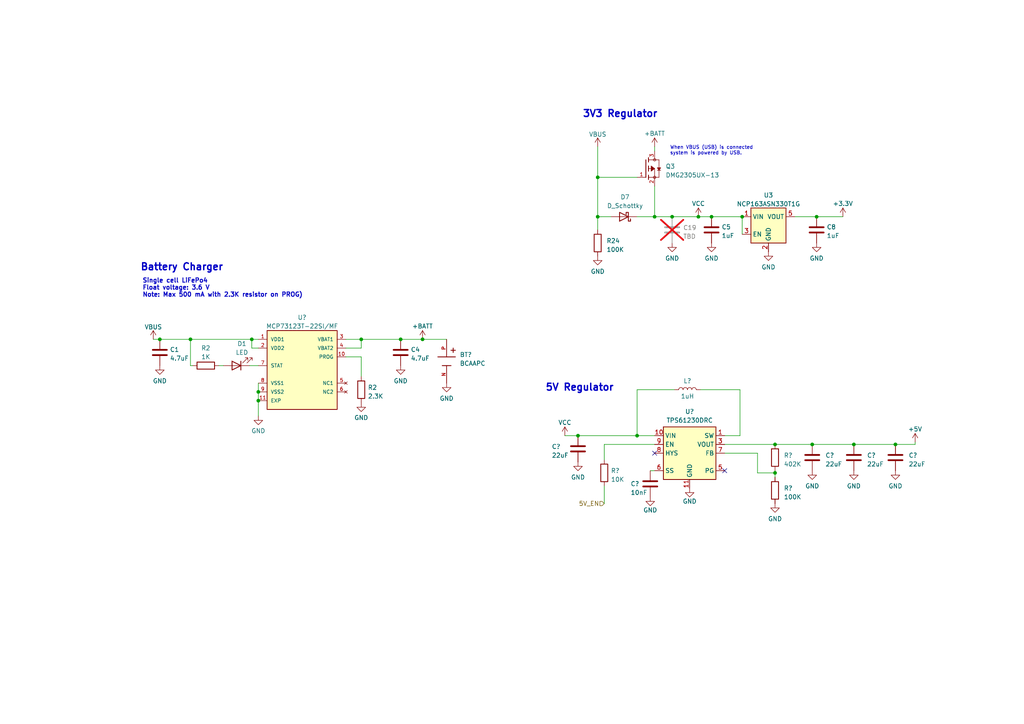
<source format=kicad_sch>
(kicad_sch (version 20230121) (generator eeschema)
  (paper "A4")
  (lib_symbols
    (symbol "BCAAPC:BCAAPC" (pin_names (offset 1.016))
      (property "Reference" "BT" (at -3.81 3.81 0))
      (property "Value" "BCAAPC" (at -3.81 -5.08 0))
      (symbol "BCAAPC_0_0"
        (polyline (pts (xy -5.08 1.905) (xy -3.81 1.905)) (stroke (width 0.254)))
        (polyline (pts (xy -4.445 2.54) (xy -4.445 1.27)) (stroke (width 0.254)))
        (polyline (pts (xy -2.54 2.54) (xy -2.54 -2.54)) (stroke (width 0.254)))
        (polyline (pts (xy 0 1.27) (xy 0 -1.27)) (stroke (width 0.254)))
        (pin passive line (at 5.08 0 180) (length 5.08) (name "~") (number "N"))
        (pin passive line (at -7.62 0 0) (length 5.08) (name "~") (number "P"))
      )
    )
    (symbol "DMG2305UX-13:DMG2305UX-13" (pin_names (offset 1.016))
      (property "Reference" "Q" (at -8.89 3.81 0))
      (property "Value" "DMG2305UX-13" (at -8.89 -6.35 0))
      (symbol "DMG2305UX-13_0_0"
        (polyline (pts (xy 0 -2.54) (xy 0 2.54)) (stroke (width 0.254)))
        (polyline (pts (xy 0.762 -3.175) (xy 0.762 -2.54)) (stroke (width 0.254)))
        (polyline (pts (xy 0.762 -2.54) (xy 0.762 -1.905)) (stroke (width 0.254)))
        (polyline (pts (xy 0.762 -2.54) (xy 2.54 -2.54)) (stroke (width 0.1524)))
        (polyline (pts (xy 0.762 -0.762) (xy 0.762 0)) (stroke (width 0.254)))
        (polyline (pts (xy 0.762 0) (xy 0.762 0.762)) (stroke (width 0.254)))
        (polyline (pts (xy 0.762 0) (xy 2.54 0)) (stroke (width 0.1524)))
        (polyline (pts (xy 0.762 1.905) (xy 0.762 2.54)) (stroke (width 0.254)))
        (polyline (pts (xy 0.762 2.54) (xy 0.762 3.175)) (stroke (width 0.254)))
        (polyline (pts (xy 2.54 -2.54) (xy 2.54 0)) (stroke (width 0.1524)))
        (polyline (pts (xy 2.54 -2.54) (xy 3.81 -2.54)) (stroke (width 0.1524)))
        (polyline (pts (xy 2.54 2.54) (xy 0.762 2.54)) (stroke (width 0.1524)))
        (polyline (pts (xy 2.54 2.54) (xy 3.81 2.54)) (stroke (width 0.1524)))
        (polyline (pts (xy 3.81 -0.508) (xy 3.302 -0.508)) (stroke (width 0.1524)))
        (polyline (pts (xy 3.81 -0.508) (xy 3.81 -2.54)) (stroke (width 0.1524)))
        (polyline (pts (xy 3.81 2.54) (xy 3.81 -0.508)) (stroke (width 0.1524)))
        (polyline (pts (xy 4.318 -0.508) (xy 3.81 -0.508)) (stroke (width 0.1524)))
        (polyline (pts (xy 2.54 0) (xy 1.524 0.762) (xy 1.524 -0.762) (xy 2.54 0)) (stroke (width 0.1524)) (fill (type outline)))
        (polyline (pts (xy 3.81 -0.508) (xy 3.302 0.254) (xy 4.318 0.254) (xy 3.81 -0.508)) (stroke (width 0.1524)) (fill (type outline)))
        (circle (center 2.54 -2.54) (radius 0.3592))
        (circle (center 2.54 2.54) (radius 0.3592))
        (pin passive line (at -2.54 -2.54 0) (length 2.54) (name "~") (number "1"))
        (pin passive line (at 2.54 -5.08 90) (length 2.54) (name "~") (number "2"))
        (pin passive line (at 2.54 5.08 270) (length 2.54) (name "~") (number "3"))
      )
    )
    (symbol "Device:C" (pin_numbers hide) (pin_names (offset 0.254))
      (property "Reference" "C" (at 0.635 2.54 0))
      (property "Value" "C" (at 0.635 -2.54 0))
      (symbol "C_0_1"
        (polyline (pts (xy -2.032 -0.762) (xy 2.032 -0.762)) (stroke (width 0.508)))
        (polyline (pts (xy -2.032 0.762) (xy 2.032 0.762)) (stroke (width 0.508)))
      )
      (symbol "C_1_1"
        (pin passive line (at 0 3.81 270) (length 2.794) (name "~") (number "1"))
        (pin passive line (at 0 -3.81 90) (length 2.794) (name "~") (number "2"))
      )
    )
    (symbol "Device:D_Schottky" (pin_numbers hide) (pin_names (offset 1.016) hide)
      (property "Reference" "D" (at 0 2.54 0))
      (property "Value" "D_Schottky" (at 0 -2.54 0))
      (symbol "D_Schottky_0_1"
        (polyline (pts (xy 1.27 0) (xy -1.27 0)))
        (polyline (pts (xy 1.27 1.27) (xy 1.27 -1.27) (xy -1.27 0) (xy 1.27 1.27)) (stroke (width 0.254)))
        (polyline (pts (xy -1.905 0.635) (xy -1.905 1.27) (xy -1.27 1.27) (xy -1.27 -1.27) (xy -0.635 -1.27) (xy -0.635 -0.635)) (stroke (width 0.254)))
      )
      (symbol "D_Schottky_1_1"
        (pin passive line (at -3.81 0 0) (length 2.54) (name "K") (number "1"))
        (pin passive line (at 3.81 0 180) (length 2.54) (name "A") (number "2"))
      )
    )
    (symbol "Device:L" (pin_numbers hide) (pin_names (offset 1.016) hide)
      (property "Reference" "L" (at -1.27 0 90))
      (property "Value" "L" (at 1.905 0 90))
      (symbol "L_0_1"
        (arc (start 0 -2.54) (mid 0.6323 -1.905) (end 0 -1.27))
        (arc (start 0 -1.27) (mid 0.6323 -0.635) (end 0 0))
        (arc (start 0 0) (mid 0.6323 0.635) (end 0 1.27))
        (arc (start 0 1.27) (mid 0.6323 1.905) (end 0 2.54))
      )
      (symbol "L_1_1"
        (pin passive line (at 0 3.81 270) (length 1.27) (name "1") (number "1"))
        (pin passive line (at 0 -3.81 90) (length 1.27) (name "2") (number "2"))
      )
    )
    (symbol "Device:LED" (pin_numbers hide) (pin_names (offset 1.016) hide)
      (property "Reference" "D" (at 0 2.54 0))
      (property "Value" "LED" (at 0 -2.54 0))
      (symbol "LED_0_1"
        (polyline (pts (xy -1.27 -1.27) (xy -1.27 1.27)) (stroke (width 0.254)))
        (polyline (pts (xy -1.27 0) (xy 1.27 0)))
        (polyline (pts (xy 1.27 -1.27) (xy 1.27 1.27) (xy -1.27 0) (xy 1.27 -1.27)) (stroke (width 0.254)))
        (polyline (pts (xy -3.048 -0.762) (xy -4.572 -2.286) (xy -3.81 -2.286) (xy -4.572 -2.286) (xy -4.572 -1.524)))
        (polyline (pts (xy -1.778 -0.762) (xy -3.302 -2.286) (xy -2.54 -2.286) (xy -3.302 -2.286) (xy -3.302 -1.524)))
      )
      (symbol "LED_1_1"
        (pin passive line (at -3.81 0 0) (length 2.54) (name "K") (number "1"))
        (pin passive line (at 3.81 0 180) (length 2.54) (name "A") (number "2"))
      )
    )
    (symbol "Device:R" (pin_numbers hide) (pin_names (offset 0))
      (property "Reference" "R" (at 2.032 0 90))
      (property "Value" "R" (at 0 0 90))
      (symbol "R_0_1"
        (rectangle (start -1.016 -2.54) (end 1.016 2.54) (stroke (width 0.254)))
      )
      (symbol "R_1_1"
        (pin passive line (at 0 3.81 270) (length 1.27) (name "~") (number "1"))
        (pin passive line (at 0 -3.81 90) (length 1.27) (name "~") (number "2"))
      )
    )
    (symbol "GND_1" (power) (pin_names (offset 0))
      (property "Value" "GND_1" (at 0 -3.81 0))
      (symbol "GND_1_0_1"
        (polyline (pts (xy 0 0) (xy 0 -1.27) (xy 1.27 -1.27) (xy 0 -2.54) (xy -1.27 -1.27) (xy 0 -1.27)))
      )
      (symbol "GND_1_1_1"
        (pin power_in line (at 0 0 270) (length 0) hide (name "GND") (number "1"))
      )
    )
    (symbol "GND_2" (power) (pin_names (offset 0))
      (property "Value" "GND_2" (at 0 -3.81 0))
      (symbol "GND_2_0_1"
        (polyline (pts (xy 0 0) (xy 0 -1.27) (xy 1.27 -1.27) (xy 0 -2.54) (xy -1.27 -1.27) (xy 0 -1.27)))
      )
      (symbol "GND_2_1_1"
        (pin power_in line (at 0 0 270) (length 0) hide (name "GND") (number "1"))
      )
    )
    (symbol "GND_3" (power) (pin_names (offset 0))
      (property "Value" "GND_3" (at 0 -3.81 0))
      (symbol "GND_3_0_1"
        (polyline (pts (xy 0 0) (xy 0 -1.27) (xy 1.27 -1.27) (xy 0 -2.54) (xy -1.27 -1.27) (xy 0 -1.27)))
      )
      (symbol "GND_3_1_1"
        (pin power_in line (at 0 0 270) (length 0) hide (name "GND") (number "1"))
      )
    )
    (symbol "MCP73123T-22SI_MF:MCP73123T-22SI{slash}MF" (pin_names (offset 1.016))
      (property "Reference" "U" (at -10.186 13.369 0))
      (property "Value" "MCP73123T-22SI{slash}MF" (at -10.1835 -12.7293 0))
      (symbol "MCP73123T-22SI{slash}MF_0_0"
        (rectangle (start -10.16 -10.16) (end 10.16 12.7) (stroke (width 0.254)) (fill (type background)))
        (pin power_in line (at 12.7 10.16 180) (length 2.54) (name "VDD1") (number "1"))
        (pin bidirectional line (at -12.7 5.08 0) (length 2.54) (name "PROG") (number "10"))
        (pin power_in line (at 12.7 -7.62 180) (length 2.54) (name "EXP") (number "11"))
        (pin power_in line (at 12.7 7.62 180) (length 2.54) (name "VDD2") (number "2"))
        (pin bidirectional line (at -12.7 10.16 0) (length 2.54) (name "VBAT1") (number "3"))
        (pin bidirectional line (at -12.7 7.62 0) (length 2.54) (name "VBAT2") (number "4"))
        (pin no_connect line (at -12.7 -2.54 0) (length 2.54) (name "NC1") (number "5"))
        (pin no_connect line (at -12.7 -5.08 0) (length 2.54) (name "NC2") (number "6"))
        (pin output line (at 12.7 2.54 180) (length 2.54) (name "STAT") (number "7"))
        (pin power_in line (at 12.7 -2.54 180) (length 2.54) (name "VSS1") (number "8"))
        (pin power_in line (at 12.7 -5.08 180) (length 2.54) (name "VSS2") (number "9"))
      )
    )
    (symbol "Regulator_Linear:NCP163ASN330T1G"
      (property "Reference" "U" (at 0 8.89 0))
      (property "Value" "NCP163ASN330T1G" (at 0 6.35 0))
      (symbol "NCP163ASN330T1G_0_1"
        (rectangle (start -5.08 5.08) (end 5.08 -5.08) (stroke (width 0.254)) (fill (type background)))
      )
      (symbol "NCP163ASN330T1G_1_1"
        (pin power_in line (at -7.62 2.54 0) (length 2.54) (name "VIN") (number "1"))
        (pin power_in line (at 0 -7.62 90) (length 2.54) (name "GND") (number "2"))
        (pin input line (at -7.62 -2.54 0) (length 2.54) (name "EN") (number "3"))
        (pin no_connect line (at 5.08 -2.54 180) (length 2.54) hide (name "NC") (number "4"))
        (pin power_out line (at 7.62 2.54 180) (length 2.54) (name "VOUT") (number "5"))
      )
    )
    (symbol "Regulator_Switching:TPS61230DRC"
      (property "Reference" "U" (at -7.62 11.43 0))
      (property "Value" "TPS61230DRC" (at -7.62 8.89 0))
      (symbol "TPS61230DRC_0_1"
        (rectangle (start -7.62 7.62) (end 7.62 -7.62) (stroke (width 0.254)) (fill (type background)))
      )
      (symbol "TPS61230DRC_1_1"
        (pin power_out line (at 10.16 5.08 180) (length 2.54) (name "SW") (number "1"))
        (pin power_in line (at -10.16 5.08 0) (length 2.54) (name "VIN") (number "10"))
        (pin power_in line (at 0 -10.16 90) (length 2.54) (name "GND") (number "11"))
        (pin passive line (at 10.16 5.08 180) (length 2.54) hide (name "SW") (number "2"))
        (pin power_out line (at 10.16 2.54 180) (length 2.54) (name "VOUT") (number "3"))
        (pin passive line (at 10.16 2.54 180) (length 2.54) hide (name "VOUT") (number "4"))
        (pin output line (at 10.16 -5.08 180) (length 2.54) (name "PG") (number "5"))
        (pin input line (at -10.16 -5.08 0) (length 2.54) (name "SS") (number "6"))
        (pin input line (at 10.16 0 180) (length 2.54) (name "FB") (number "7"))
        (pin output line (at -10.16 0 0) (length 2.54) (name "HYS") (number "8"))
        (pin input line (at -10.16 2.54 0) (length 2.54) (name "EN") (number "9"))
      )
    )
    (symbol "power:+3.3V" (power) (pin_names (offset 0))
      (property "Value" "+3.3V" (at 0 3.556 0))
      (symbol "+3.3V_0_1"
        (polyline (pts (xy -0.762 1.27) (xy 0 2.54)))
        (polyline (pts (xy 0 0) (xy 0 2.54)))
        (polyline (pts (xy 0 2.54) (xy 0.762 1.27)))
      )
      (symbol "+3.3V_1_1"
        (pin power_in line (at 0 0 90) (length 0) hide (name "+3.3V") (number "1"))
      )
    )
    (symbol "power:+5V" (power) (pin_names (offset 0))
      (property "Value" "+5V" (at 0 3.556 0))
      (symbol "+5V_0_1"
        (polyline (pts (xy -0.762 1.27) (xy 0 2.54)))
        (polyline (pts (xy 0 0) (xy 0 2.54)))
        (polyline (pts (xy 0 2.54) (xy 0.762 1.27)))
      )
      (symbol "+5V_1_1"
        (pin power_in line (at 0 0 90) (length 0) hide (name "+5V") (number "1"))
      )
    )
    (symbol "power:+BATT" (power) (pin_names (offset 0))
      (property "Value" "+BATT" (at 0 3.556 0))
      (symbol "+BATT_0_1"
        (polyline (pts (xy -0.762 1.27) (xy 0 2.54)))
        (polyline (pts (xy 0 0) (xy 0 2.54)))
        (polyline (pts (xy 0 2.54) (xy 0.762 1.27)))
      )
      (symbol "+BATT_1_1"
        (pin power_in line (at 0 0 90) (length 0) hide (name "+BATT") (number "1"))
      )
    )
    (symbol "power:GND" (power) (pin_names (offset 0))
      (property "Value" "GND" (at 0 -3.81 0))
      (symbol "GND_0_1"
        (polyline (pts (xy 0 0) (xy 0 -1.27) (xy 1.27 -1.27) (xy 0 -2.54) (xy -1.27 -1.27) (xy 0 -1.27)))
      )
      (symbol "GND_1_1"
        (pin power_in line (at 0 0 270) (length 0) hide (name "GND") (number "1"))
      )
    )
    (symbol "power:VBUS" (power) (pin_names (offset 0))
      (property "Value" "VBUS" (at 0 3.81 0))
      (symbol "VBUS_0_1"
        (polyline (pts (xy -0.762 1.27) (xy 0 2.54)))
        (polyline (pts (xy 0 0) (xy 0 2.54)))
        (polyline (pts (xy 0 2.54) (xy 0.762 1.27)))
      )
      (symbol "VBUS_1_1"
        (pin power_in line (at 0 0 90) (length 0) hide (name "VBUS") (number "1"))
      )
    )
    (symbol "power:VCC" (power) (pin_names (offset 0))
      (property "Value" "VCC" (at 0 3.81 0))
      (symbol "VCC_0_1"
        (polyline (pts (xy -0.762 1.27) (xy 0 2.54)))
        (polyline (pts (xy 0 0) (xy 0 2.54)))
        (polyline (pts (xy 0 2.54) (xy 0.762 1.27)))
      )
      (symbol "VCC_1_1"
        (pin power_in line (at 0 0 90) (length 0) hide (name "VCC") (number "1"))
      )
    )
  )
  (junction (at 122.555 98.425))
  (junction (at 224.79 137.16))
  (junction (at 73.025 98.425))
  (junction (at 259.715 128.905))
  (junction (at 189.865 62.865))
  (junction (at 235.585 128.905))
  (junction (at 247.65 128.905))
  (junction (at 173.355 62.865))
  (junction (at 206.375 62.865))
  (junction (at 215.265 62.865))
  (junction (at 167.64 126.365))
  (junction (at 46.355 98.425))
  (junction (at 173.355 51.435))
  (junction (at 104.775 98.425))
  (junction (at 74.93 116.205))
  (junction (at 202.565 62.865))
  (junction (at 116.205 98.425))
  (junction (at 74.93 113.665))
  (junction (at 55.245 98.425))
  (junction (at 194.945 62.865))
  (junction (at 224.79 128.905))
  (junction (at 236.855 62.865))
  (junction (at 184.785 126.365))
  (no_connect (at 189.865 131.445))
  (no_connect (at 210.185 136.525))
  (wire (pts (xy 175.26 128.905) (xy 175.26 133.35)))
  (wire (pts (xy 224.79 136.525) (xy 224.79 137.16)))
  (wire (pts (xy 175.26 140.97) (xy 175.26 146.05)))
  (wire (pts (xy 230.505 62.865) (xy 236.855 62.865)))
  (wire (pts (xy 224.79 137.16) (xy 224.79 138.43)))
  (wire (pts (xy 44.45 98.425) (xy 46.355 98.425)))
  (wire (pts (xy 163.83 126.365) (xy 167.64 126.365)))
  (wire (pts (xy 259.715 128.905) (xy 265.43 128.905)))
  (wire (pts (xy 167.64 126.365) (xy 184.785 126.365)))
  (wire (pts (xy 173.355 51.435) (xy 184.785 51.435)))
  (wire (pts (xy 247.65 128.905) (xy 259.715 128.905)))
  (wire (pts (xy 184.785 126.365) (xy 189.865 126.365)))
  (wire (pts (xy 74.93 100.965) (xy 73.025 100.965)))
  (wire (pts (xy 116.205 98.425) (xy 122.555 98.425)))
  (wire (pts (xy 189.865 62.865) (xy 194.945 62.865)))
  (wire (pts (xy 235.585 128.905) (xy 247.65 128.905)))
  (wire (pts (xy 173.355 62.865) (xy 177.165 62.865)))
  (wire (pts (xy 184.785 126.365) (xy 184.785 113.03)))
  (wire (pts (xy 210.185 131.445) (xy 219.71 131.445)))
  (wire (pts (xy 224.79 128.905) (xy 235.585 128.905)))
  (wire (pts (xy 215.265 62.865) (xy 215.265 67.945)))
  (wire (pts (xy 63.5 106.045) (xy 64.77 106.045)))
  (wire (pts (xy 104.775 98.425) (xy 116.205 98.425)))
  (wire (pts (xy 104.775 100.965) (xy 104.775 98.425)))
  (wire (pts (xy 122.555 98.425) (xy 129.54 98.425)))
  (wire (pts (xy 104.775 109.22) (xy 104.775 103.505)))
  (wire (pts (xy 100.33 98.425) (xy 104.775 98.425)))
  (wire (pts (xy 206.375 62.865) (xy 215.265 62.865)))
  (wire (pts (xy 173.355 62.865) (xy 173.355 66.675)))
  (wire (pts (xy 55.88 106.045) (xy 55.245 106.045)))
  (wire (pts (xy 55.245 98.425) (xy 55.245 106.045)))
  (wire (pts (xy 173.355 51.435) (xy 173.355 62.865)))
  (wire (pts (xy 104.775 103.505) (xy 100.33 103.505)))
  (wire (pts (xy 184.785 62.865) (xy 189.865 62.865)))
  (wire (pts (xy 184.785 113.03) (xy 195.58 113.03)))
  (wire (pts (xy 219.71 137.16) (xy 224.79 137.16)))
  (wire (pts (xy 188.595 136.525) (xy 189.865 136.525)))
  (wire (pts (xy 210.185 128.905) (xy 224.79 128.905)))
  (wire (pts (xy 46.355 98.425) (xy 55.245 98.425)))
  (wire (pts (xy 72.39 106.045) (xy 74.93 106.045)))
  (wire (pts (xy 214.63 113.03) (xy 214.63 126.365)))
  (wire (pts (xy 55.245 98.425) (xy 73.025 98.425)))
  (wire (pts (xy 265.43 128.27) (xy 265.43 128.905)))
  (wire (pts (xy 189.865 42.545) (xy 189.865 43.815)))
  (wire (pts (xy 236.855 62.865) (xy 244.475 62.865)))
  (wire (pts (xy 202.565 62.865) (xy 206.375 62.865)))
  (wire (pts (xy 100.33 100.965) (xy 104.775 100.965)))
  (wire (pts (xy 175.26 128.905) (xy 189.865 128.905)))
  (wire (pts (xy 214.63 126.365) (xy 210.185 126.365)))
  (wire (pts (xy 74.93 116.205) (xy 74.93 120.65)))
  (wire (pts (xy 219.71 131.445) (xy 219.71 137.16)))
  (wire (pts (xy 203.2 113.03) (xy 214.63 113.03)))
  (wire (pts (xy 74.93 111.125) (xy 74.93 113.665)))
  (wire (pts (xy 74.93 113.665) (xy 74.93 116.205)))
  (wire (pts (xy 194.945 62.865) (xy 202.565 62.865)))
  (wire (pts (xy 73.025 98.425) (xy 74.93 98.425)))
  (wire (pts (xy 173.355 42.545) (xy 173.355 51.435)))
  (wire (pts (xy 73.025 100.965) (xy 73.025 98.425)))
  (wire (pts (xy 189.865 53.975) (xy 189.865 62.865)))
  (text "Battery Charger" (at 40.64 78.74 0) (effects (font (size 2 2) (thickness 0.4) bold) (justify left bottom)))
  (text "Single cell LiFePo4\nFloat voltage: 3.6 V\nNote: Max 500 mA with 2.3K resistor on PROG)" (at 41.275 86.36 0) (effects (font (size 1.27 1.27) (thickness 0.254) bold) (justify left bottom)))
  (text "When VBUS (USB) is connected \nsystem is powered by USB." (at 194.31 45.085 0) (effects (font (size 1 1)) (justify left bottom)))
  (text "5V Regulator" (at 158.115 113.665 0) (effects (font (size 2 2) (thickness 0.4) bold) (justify left bottom)))
  (text "3V3 Regulator" (at 168.91 34.29 0) (effects (font (size 2 2) (thickness 0.4) bold) (justify left bottom)))
  (hierarchical_label "5V_EN" (shape input) (at 175.26 146.05 180))
  (symbol (lib_id "Device:R") (at 59.69 106.045 90) (unit 1)
    (property "Reference" "R2" (at 59.69 100.965 90))
    (property "Value" "1K" (at 59.69 103.505 90))
    (property "Footprint" "Resistor_SMD:R_0603_1608Metric" (effects hide))
    (instances (project "esp32-clover" (path "" (reference "R2") (unit 1)) (path "" (reference "R?") (unit 1))))
  )
  (symbol (lib_name "GND_1") (lib_id "power:GND") (at 167.64 133.985 0) (unit 1)
    (property "Reference" "#PWR080" (effects hide))
    (property "Value" "GND" (at 167.64 138.43 0))
    (instances (project "esp32-clover" (path "" (reference "#PWR080") (unit 1)) (path "" (reference "#PWR031") (unit 1))))
  )
  (symbol (lib_id "Device:R") (at 173.355 70.485 180) (unit 1)
    (property "Reference" "R24" (at 175.895 69.85 0) (effects (justify right)))
    (property "Value" "100K" (at 175.895 72.39 0) (effects (justify right)))
    (property "Footprint" "Resistor_SMD:R_0603_1608Metric" (effects hide))
    (instances (project "esp32-clover" (path "" (reference "R24") (unit 1)) (path "" (reference "R?") (unit 1))))
  )
  (symbol (lib_id "Device:L") (at 199.39 113.03 90) (unit 1)
    (property "Reference" "L?" (at 199.39 110.49 90))
    (property "Value" "1uH" (at 199.39 114.935 90))
    (property "Part" "Similar to: XFL4020-102ME" (effects hide))
  )
  (symbol (lib_id "Device:LED") (at 68.58 106.045 180) (unit 1)
    (property "Reference" "D1" (at 70.1675 99.695 0))
    (property "Value" "LED" (at 70.1675 102.235 0))
    (property "Footprint" "LED_SMD:LED_0603_1608Metric" (effects hide))
    (property "Color" "Green" (effects hide))
    (instances (project "esp32-clover" (path "" (reference "D1") (unit 1)) (path "" (reference "D?") (unit 1))))
  )
  (symbol (lib_id "power:GND") (at 222.885 73.025 0) (unit 1)
    (property "Reference" "#PWR026" (effects hide))
    (property "Value" "GND" (at 222.885 77.4684 0))
    (instances (project "esp32-clover" (path "" (reference "#PWR026") (unit 1)) (path "" (reference "#PWR0115") (unit 1))))
  )
  (symbol (lib_id "power:VBUS") (at 173.355 42.545 0) (unit 1)
    (property "Reference" "#PWR060" (effects hide))
    (property "Value" "VBUS" (at 173.355 38.9692 0))
    (instances (project "esp32-clover" (path "" (reference "#PWR060") (unit 1)) (path "" (reference "#PWR021") (unit 1))))
  )
  (symbol (lib_id "Device:R") (at 104.775 113.03 180) (unit 1)
    (property "Reference" "R2" (at 106.68 112.395 0) (effects (justify right)))
    (property "Value" "2.3K" (at 106.68 114.935 0) (effects (justify right)))
    (property "Footprint" "Resistor_SMD:R_0603_1608Metric" (effects hide))
    (instances (project "esp32-clover" (path "" (reference "R2") (unit 1)) (path "" (reference "R?") (unit 1))))
  )
  (symbol (lib_id "Device:C") (at 46.355 102.235 0) (unit 1)
    (property "Reference" "C1" (at 49.276 101.4003 0) (effects (justify left)))
    (property "Value" "4.7uF" (at 49.276 103.9372 0) (effects (justify left)))
    (property "Footprint" "Capacitor_SMD:C_0603_1608Metric" (effects hide))
    (instances (project "esp32-clover" (path "" (reference "C1") (unit 1)) (path "" (reference "C?") (unit 1))))
  )
  (symbol (lib_id "power:VBUS") (at 44.45 98.425 0) (unit 1)
    (property "Reference" "#PWR02" (effects hide))
    (property "Value" "VBUS" (at 44.45 94.8492 0))
    (instances (project "esp32-clover" (path "" (reference "#PWR02") (unit 1)) (path "" (reference "#PWR015") (unit 1))))
  )
  (symbol (lib_id "power:+3.3V") (at 244.475 62.865 0) (unit 1)
    (property "Reference" "#PWR030" (effects hide))
    (property "Value" "+3.3V" (at 244.475 59.055 0))
    (instances (project "esp32-clover" (path "" (reference "#PWR030") (unit 1)) (path "" (reference "#PWR0118") (unit 1))))
  )
  (symbol (lib_id "power:VCC") (at 202.565 62.865 0) (unit 1)
    (property "Reference" "#PWR078" (effects hide))
    (property "Value" "VCC" (at 202.565 59.055 0))
    (instances (project "esp32-clover" (path "" (reference "#PWR078") (unit 1)) (path "" (reference "#PWR0112") (unit 1))))
  )
  (symbol (lib_name "GND_2") (lib_id "power:GND") (at 224.79 146.05 0) (unit 1)
    (property "Reference" "#PWR081" (effects hide))
    (property "Value" "GND" (at 224.79 150.495 0))
    (instances (project "esp32-clover" (path "" (reference "#PWR081") (unit 1)) (path "" (reference "#PWR0116") (unit 1))))
  )
  (symbol (lib_id "power:+5V") (at 265.43 128.27 0) (unit 1)
    (property "Reference" "#PWR087" (effects hide))
    (property "Value" "+5V" (at 265.43 124.46 0))
    (instances (project "esp32-clover" (path "" (reference "#PWR087") (unit 1)) (path "" (reference "#PWR0122") (unit 1))))
  )
  (symbol (lib_id "Device:C") (at 247.65 132.715 0) (unit 1)
    (property "Reference" "C?" (at 251.46 132.08 0) (effects (justify left)))
    (property "Value" "22uF" (at 251.46 134.62 0) (effects (justify left)))
  )
  (symbol (lib_id "Device:C") (at 116.205 102.235 0) (unit 1)
    (property "Reference" "C4" (at 119.126 101.4003 0) (effects (justify left)))
    (property "Value" "4.7uF" (at 119.126 103.9372 0) (effects (justify left)))
    (property "Footprint" "Capacitor_SMD:C_0603_1608Metric" (effects hide))
    (instances (project "esp32-clover" (path "" (reference "C4") (unit 1)) (path "" (reference "C?") (unit 1))))
  )
  (symbol (lib_id "power:+BATT") (at 189.865 42.545 0) (unit 1)
    (property "Reference" "#PWR063" (effects hide))
    (property "Value" "+BATT" (at 189.865 38.735 0))
    (instances (project "esp32-clover" (path "" (reference "#PWR063") (unit 1)) (path "" (reference "#PWR065") (unit 1))))
  )
  (symbol (lib_name "GND_3") (lib_id "power:GND") (at 188.595 144.145 0) (unit 1)
    (property "Reference" "#PWR083" (effects hide))
    (property "Value" "GND" (at 188.595 147.955 0))
    (instances (project "esp32-clover" (path "" (reference "#PWR083") (unit 1)) (path "" (reference "#PWR0111") (unit 1))))
  )
  (symbol (lib_id "power:GND") (at 104.775 116.84 0) (unit 1)
    (property "Reference" "#PWR018" (effects hide))
    (property "Value" "GND" (at 104.775 121.158 0))
  )
  (symbol (lib_id "power:GND") (at 46.355 106.045 0) (unit 1)
    (property "Reference" "#PWR03" (effects hide))
    (property "Value" "GND" (at 46.355 110.4884 0))
    (instances (project "esp32-clover" (path "" (reference "#PWR03") (unit 1)) (path "" (reference "#PWR07") (unit 1))))
  )
  (symbol (lib_name "GND_2") (lib_id "power:GND") (at 235.585 136.525 0) (unit 1)
    (property "Reference" "#PWR084" (effects hide))
    (property "Value" "GND" (at 235.585 140.97 0))
    (instances (project "esp32-clover" (path "" (reference "#PWR084") (unit 1)) (path "" (reference "#PWR0119") (unit 1))))
  )
  (symbol (lib_id "power:GND") (at 194.945 70.485 0) (unit 1)
    (property "Reference" "#PWR064" (effects hide))
    (property "Value" "GND" (at 194.945 74.9284 0))
    (instances (project "esp32-clover" (path "" (reference "#PWR064") (unit 1)) (path "" (reference "#PWR0110") (unit 1))))
  )
  (symbol (lib_id "power:GND") (at 236.855 70.485 0) (unit 1)
    (property "Reference" "#PWR027" (effects hide))
    (property "Value" "GND" (at 236.855 74.9284 0))
    (instances (project "esp32-clover" (path "" (reference "#PWR027") (unit 1)) (path "" (reference "#PWR0117") (unit 1))))
  )
  (symbol (lib_id "power:GND") (at 74.93 120.65 0) (unit 1)
    (property "Reference" "#PWR018" (effects hide))
    (property "Value" "GND" (at 74.93 124.968 0))
    (instances (project "esp32-clover" (path "" (reference "#PWR018") (unit 1)) (path "" (reference "#PWR020") (unit 1))))
  )
  (symbol (lib_name "GND_2") (lib_id "power:GND") (at 259.715 136.525 0) (unit 1)
    (property "Reference" "#PWR086" (effects hide))
    (property "Value" "GND" (at 259.715 140.97 0))
    (instances (project "esp32-clover" (path "" (reference "#PWR086") (unit 1)) (path "" (reference "#PWR0121") (unit 1))))
  )
  (symbol (lib_id "Device:R") (at 224.79 132.715 0) (unit 1)
    (property "Reference" "R?" (at 227.33 132.08 0) (effects (justify left)))
    (property "Value" "402K" (at 227.33 134.62 0) (effects (justify left)))
  )
  (symbol (lib_id "DMG2305UX-13:DMG2305UX-13") (at 187.325 48.895 0) (unit 1)
    (property "Reference" "Q3" (at 193.04 48.26 0) (effects (justify left)))
    (property "Value" "DMG2305UX-13" (at 193.04 50.8 0) (effects (justify left)))
    (property "Footprint" "SOT91P240X110-3N" (effects hide))
    (property "PARTREV" "09/2018" (effects hide))
    (property "MANUFACTURER" "Diodes Inc." (effects hide))
    (property "MAXIMUM_PACKAGE_HEIGHT" "1.1mm" (effects hide))
    (property "STANDARD" "IPC-7351B" (effects hide))
    (instances (project "esp32-clover" (path "" (reference "Q3") (unit 1)) (path "" (reference "Q?") (unit 1))))
  )
  (symbol (lib_id "power:GND") (at 206.375 70.485 0) (unit 1)
    (property "Reference" "#PWR020" (effects hide))
    (property "Value" "GND" (at 206.375 74.9284 0))
    (instances (project "esp32-clover" (path "" (reference "#PWR020") (unit 1)) (path "" (reference "#PWR0113") (unit 1))))
  )
  (symbol (lib_id "Device:C") (at 167.64 130.175 0) (unit 1)
    (property "Reference" "C?" (at 160.02 129.54 0) (effects (justify left)))
    (property "Value" "22uF" (at 160.02 132.08 0) (effects (justify left)))
  )
  (symbol (lib_id "power:GND") (at 173.355 74.295 0) (unit 1)
    (property "Reference" "#PWR061" (effects hide))
    (property "Value" "GND" (at 173.355 78.7384 0))
    (instances (project "esp32-clover" (path "" (reference "#PWR061") (unit 1)) (path "" (reference "#PWR024") (unit 1))))
  )
  (symbol (lib_id "Device:C") (at 188.595 140.335 0) (unit 1)
    (property "Reference" "C?" (at 182.88 140.335 0) (effects (justify left)))
    (property "Value" "10nF" (at 182.88 142.875 0) (effects (justify left)))
  )
  (symbol (lib_id "Device:C") (at 259.715 132.715 0) (unit 1)
    (property "Reference" "C?" (at 263.525 132.08 0) (effects (justify left)))
    (property "Value" "22uF" (at 263.525 134.62 0) (effects (justify left)))
  )
  (symbol (lib_id "power:+BATT") (at 122.555 98.425 0) (unit 1)
    (property "Reference" "#PWR062" (effects hide))
    (property "Value" "+BATT" (at 122.555 94.615 0))
    (instances (project "esp32-clover" (path "" (reference "#PWR062") (unit 1)) (path "" (reference "#PWR013") (unit 1))))
  )
  (symbol (lib_name "GND_3") (lib_id "power:GND") (at 200.025 141.605 0) (unit 1)
    (property "Reference" "#PWR082" (effects hide))
    (property "Value" "GND" (at 200.025 145.415 0))
    (instances (project "esp32-clover" (path "" (reference "#PWR082") (unit 1)) (path "" (reference "#PWR0114") (unit 1))))
  )
  (symbol (lib_id "Regulator_Switching:TPS61230DRC") (at 200.025 131.445 0) (unit 1)
    (property "Reference" "U?" (at 200.025 119.38 0))
    (property "Value" "TPS61230DRC" (at 200.025 121.92 0))
    (property "Footprint" "Package_SON:Texas_S-PVSON-N10_ThermalVias" (effects hide))
    (property "Datasheet" "http://www.ti.com/lit/ds/symlink/tps61232.pdf" (effects hide))
  )
  (symbol (lib_id "BCAAPC:BCAAPC") (at 129.54 106.045 270) (unit 1)
    (property "Reference" "BT?" (at 133.35 102.87 90) (effects (justify left)))
    (property "Value" "BCAAPC" (at 133.35 105.41 90) (effects (justify left)))
    (property "Footprint" "BAT_BCAAPC" (effects hide))
    (property "PARTREV" "05/30/19" (effects hide))
    (property "STANDARD" "Manufacturer Recommendation" (effects hide))
    (property "MAXIMUM_PACKAGE_HEIGHT" "13.25mm" (effects hide))
    (property "MANUFACTURER" "MPD" (effects hide))
  )
  (symbol (lib_id "Device:C") (at 236.855 66.675 0) (unit 1)
    (property "Reference" "C8" (at 239.776 65.8403 0) (effects (justify left)))
    (property "Value" "1uF" (at 239.776 68.3772 0) (effects (justify left)))
    (property "Footprint" "Capacitor_SMD:C_0603_1608Metric" (effects hide))
    (instances (project "esp32-clover" (path "" (reference "C8") (unit 1)) (path "" (reference "C?") (unit 1))))
  )
  (symbol (lib_id "power:GND") (at 116.205 106.045 0) (unit 1)
    (property "Reference" "#PWR015" (effects hide))
    (property "Value" "GND" (at 116.205 110.4884 0))
    (instances (project "esp32-clover" (path "" (reference "#PWR015") (unit 1)) (path "" (reference "#PWR014") (unit 1))))
  )
  (symbol (lib_id "MCP73123T-22SI_MF:MCP73123T-22SI{slash}MF") (at 87.63 108.585 0) (mirror y) (unit 1)
    (property "Reference" "U?" (at 87.63 92.075 0))
    (property "Value" "MCP73123T-22SI/MF" (at 87.63 94.615 0))
    (property "Footprint" "SON50P300X300X100-11N" (effects hide))
    (property "MANUFACTURER" "MICROCHIP" (effects hide))
  )
  (symbol (lib_id "power:VCC") (at 163.83 126.365 0) (unit 1)
    (property "Reference" "#PWR079" (effects hide))
    (property "Value" "VCC" (at 163.83 122.555 0))
    (instances (project "esp32-clover" (path "" (reference "#PWR079") (unit 1)) (path "" (reference "#PWR025") (unit 1))))
  )
  (symbol (lib_id "Device:C") (at 206.375 66.675 0) (unit 1)
    (property "Reference" "C5" (at 209.296 65.8403 0) (effects (justify left)))
    (property "Value" "1uF" (at 209.296 68.3772 0) (effects (justify left)))
    (property "Footprint" "Capacitor_SMD:C_0603_1608Metric" (effects hide))
    (instances (project "esp32-clover" (path "" (reference "C5") (unit 1)) (path "" (reference "C?") (unit 1))))
  )
  (symbol (lib_id "power:GND") (at 129.54 111.125 0) (unit 1)
    (property "Reference" "#PWR015" (effects hide))
    (property "Value" "GND" (at 129.54 115.5684 0))
    (instances (project "esp32-clover" (path "" (reference "#PWR015") (unit 1)) (path "" (reference "#PWR04") (unit 1))))
  )
  (symbol (lib_id "Device:C") (at 235.585 132.715 0) (unit 1)
    (property "Reference" "C?" (at 239.395 132.08 0) (effects (justify left)))
    (property "Value" "22uF" (at 239.395 134.62 0) (effects (justify left)))
  )
  (symbol (lib_name "GND_2") (lib_id "power:GND") (at 247.65 136.525 0) (unit 1)
    (property "Reference" "#PWR085" (effects hide))
    (property "Value" "GND" (at 247.65 140.97 0))
    (instances (project "esp32-clover" (path "" (reference "#PWR085") (unit 1)) (path "" (reference "#PWR0120") (unit 1))))
  )
  (symbol (lib_id "Device:D_Schottky") (at 180.975 62.865 180) (unit 1)
    (property "Reference" "D7" (at 181.2925 57.15 0))
    (property "Value" "D_Schottky" (at 181.2925 59.69 0))
    (instances (project "esp32-clover" (path "" (reference "D7") (unit 1)) (path "" (reference "D?") (unit 1))))
  )
  (symbol (lib_id "Device:R") (at 224.79 142.24 0) (unit 1)
    (property "Reference" "R?" (at 227.33 141.605 0) (effects (justify left)))
    (property "Value" "100K" (at 227.33 144.145 0) (effects (justify left)))
  )
  (symbol (lib_id "Regulator_Linear:NCP163ASN330T1G") (at 222.885 65.405 0) (unit 1)
    (property "Reference" "U3" (at 222.885 56.6252 0))
    (property "Value" "NCP163ASN330T1G" (at 222.885 59.1621 0))
    (property "Footprint" "Package_TO_SOT_SMD:SOT-23-5" (effects hide))
    (property "Datasheet" "https://www.onsemi.com/pdf/datasheet/ncp163-d.pdf" (effects hide))
    (instances (project "esp32-clover" (path "" (reference "U3") (unit 1)) (path "" (reference "U?") (unit 1))))
  )
  (symbol (lib_id "Device:R") (at 175.26 137.16 0) (unit 1)
    (property "Reference" "R?" (at 177.165 136.525 0) (effects (justify left)))
    (property "Value" "10K" (at 177.165 139.065 0) (effects (justify left)))
  )
  (symbol (lib_id "Device:C") (at 194.945 66.675 0) (unit 1) (dnp yes)
    (property "Reference" "C19" (at 198.12 66.04 0) (effects (justify left)))
    (property "Value" "TBD" (at 198.12 68.58 0) (effects (justify left)))
    (property "Footprint" "Capacitor_SMD:C_0603_1608Metric" (effects hide))
    (instances (project "esp32-clover" (path "" (reference "C19") (unit 1)) (path "" (reference "C?") (unit 1))))
  )
)
</source>
